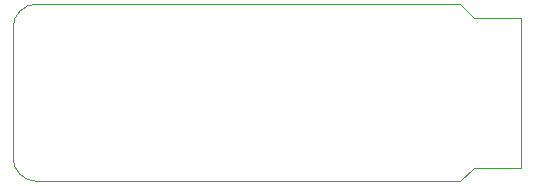
<source format=gbr>
G04 #@! TF.GenerationSoftware,KiCad,Pcbnew,(5.1.0)-1*
G04 #@! TF.CreationDate,2020-02-07T03:11:48-08:00*
G04 #@! TF.ProjectId,design,64657369-676e-42e6-9b69-6361645f7063,rev?*
G04 #@! TF.SameCoordinates,Original*
G04 #@! TF.FileFunction,Profile,NP*
%FSLAX46Y46*%
G04 Gerber Fmt 4.6, Leading zero omitted, Abs format (unit mm)*
G04 Created by KiCad (PCBNEW (5.1.0)-1) date 2020-02-07 03:11:48*
%MOMM*%
%LPD*%
G04 APERTURE LIST*
%ADD10C,0.050000*%
G04 APERTURE END LIST*
D10*
X176350000Y-63500000D02*
X177500000Y-62350000D01*
X177500000Y-49650000D02*
X176350000Y-48500000D01*
X181500000Y-62350000D02*
X177500000Y-62350000D01*
X177500000Y-49650000D02*
X181500000Y-49650000D01*
X140500000Y-63500000D02*
G75*
G02X138500000Y-61500000I0J2000000D01*
G01*
X138500000Y-50500000D02*
G75*
G02X140500000Y-48500000I2000000J0D01*
G01*
X140500000Y-63500000D02*
X176350000Y-63500000D01*
X181500000Y-49650000D02*
X181500000Y-62350000D01*
X140500000Y-48500000D02*
X176350000Y-48500000D01*
X138500000Y-61500000D02*
X138500000Y-50500000D01*
M02*

</source>
